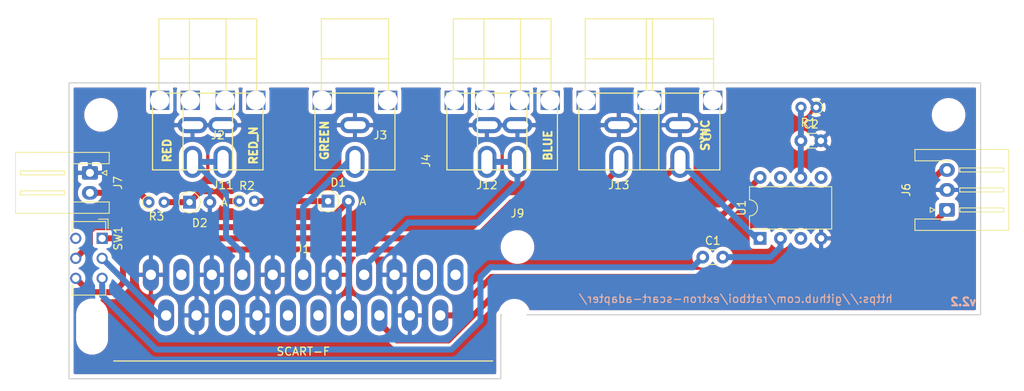
<source format=kicad_pcb>
(kicad_pcb (version 20171130) (host pcbnew 5.1.2)
  (layers (0 F.Cu signal) (31 B.Cu signal) (34 B.Paste user) (35 F.Paste user) (36 B.SilkS user) (37 F.SilkS user) (38 B.Mask user) (39 F.Mask user) (44 Edge.Cuts user))
  (net 0 "")
  (net 1 GND)
  (net 2 RED)
  (net 3 SYNC)
  (net 4 GREEN)
  (net 5 BLUE)
  (net 6 "Net-(J1-Pad1)")
  (net 7 "Net-(J1-Pad16)")
  (net 8 "Net-(J1-Pad10)")
  (net 9 "Net-(J1-Pad12)")
  (net 10 "Net-(J1-Pad3)")
  (net 11 "Net-(J1-Pad19)")
  (net 12 "Net-(J1-Pad20)")
  (net 13 "Net-(J1-Pad2)")
  (net 14 "Net-(J1-Pad6)")
  (net 15 "Net-(C2-Pad1)")
  (net 16 "Net-(U1-Pad5)")
  (net 17 "Net-(C1-Pad2)")
  (net 18 "Net-(U1-Pad3)")
  (net 19 "Net-(U1-Pad7)")
  (net 20 "Net-(SW1-Pad6)")
  (net 21 "Net-(C1-Pad1)")
  (net 22 "Net-(SW1-Pad4)")
  (net 23 "Net-(J8-Pad1)")
  (net 24 "Net-(J10-Pad1)")
  (net 25 SENSE)
  (net 26 "Net-(J7-Pad2)")
  (net 27 "Net-(D2-Pad1)")
  (net 28 "Net-(D1-Pad1)")
  (net 29 "Net-(J9-Pad1)")
  (module extron-input:rca_combined (layer F.Cu) (at 144.76 81.28 180)
    (fp_text reference J13 (at 0 -7.5) (layer F.SilkS))
    (fp_text value SYNC)
    (fp_line (start 4.2 13.3) (end 4.2 4) (layer F.SilkS) (width 0.15))
    (fp_line (start -4.2 13.3) (end 4.2 13.3) (layer F.SilkS) (width 0.15))
    (fp_line (start -4.2 4) (end -4.2 13.3) (layer F.SilkS) (width 0.15))
    (fp_line (start -5 -5.6) (end -5 4) (layer F.SilkS) (width 0.15))
    (fp_line (start 5 -5.6) (end -5 -5.6) (layer F.SilkS) (width 0.15))
    (fp_line (start 5 4) (end 5 -5.6) (layer F.SilkS) (width 0.15))
    (fp_line (start -5 4) (end 5 4) (layer F.SilkS) (width 0.15))
    (fp_line (start 4.1 8.3) (end -4.2 8.3) (layer F.SilkS) (width 0.15))
    (pad "" np_thru_hole rect (at 4.1 3.1 180) (size 2.4 2.4) (drill 2.4) (layers *.Cu *.Mask))
    (pad "" np_thru_hole rect (at -4.1 3.1 180) (size 2.4 2.4) (drill 2.4) (layers *.Cu *.Mask))
    (pad 2 thru_hole oval (at 0 -4.6 180) (size 2.4 4) (drill oval 1.4 3) (layers *.Cu *.Mask) (net 3 SYNC))
    (pad 1 thru_hole oval (at 0 0 180) (size 3.7 2) (drill oval 2.7 1) (layers *.Cu *.Mask) (net 1 GND))
  )
  (module extron-input:rca_combined (layer F.Cu) (at 128.26 81.28 180)
    (fp_text reference J12 (at 0 -7.5) (layer F.SilkS))
    (fp_text value BLUE)
    (fp_line (start 4.2 13.3) (end 4.2 4) (layer F.SilkS) (width 0.15))
    (fp_line (start -4.2 13.3) (end 4.2 13.3) (layer F.SilkS) (width 0.15))
    (fp_line (start -4.2 4) (end -4.2 13.3) (layer F.SilkS) (width 0.15))
    (fp_line (start -5 -5.6) (end -5 4) (layer F.SilkS) (width 0.15))
    (fp_line (start 5 -5.6) (end -5 -5.6) (layer F.SilkS) (width 0.15))
    (fp_line (start 5 4) (end 5 -5.6) (layer F.SilkS) (width 0.15))
    (fp_line (start -5 4) (end 5 4) (layer F.SilkS) (width 0.15))
    (fp_line (start 4.1 8.3) (end -4.2 8.3) (layer F.SilkS) (width 0.15))
    (pad "" np_thru_hole rect (at 4.1 3.1 180) (size 2.4 2.4) (drill 2.4) (layers *.Cu *.Mask))
    (pad "" np_thru_hole rect (at -4.1 3.1 180) (size 2.4 2.4) (drill 2.4) (layers *.Cu *.Mask))
    (pad 2 thru_hole oval (at 0 -4.6 180) (size 2.4 4) (drill oval 1.4 3) (layers *.Cu *.Mask) (net 5 BLUE))
    (pad 1 thru_hole oval (at 0 0 180) (size 3.7 2) (drill oval 2.7 1) (layers *.Cu *.Mask) (net 1 GND))
  )
  (module extron-input:rca_combined (layer F.Cu) (at 95.26 81.28 180)
    (fp_text reference J11 (at 0 -7.5) (layer F.SilkS))
    (fp_text value RED_N (at -3.8 -2.54 90) (layer F.SilkS) (effects (font (thickness 0.25))))
    (fp_line (start 4.2 13.3) (end 4.2 4) (layer F.SilkS) (width 0.15))
    (fp_line (start -4.2 13.3) (end 4.2 13.3) (layer F.SilkS) (width 0.15))
    (fp_line (start -4.2 4) (end -4.2 13.3) (layer F.SilkS) (width 0.15))
    (fp_line (start -5 -5.6) (end -5 4) (layer F.SilkS) (width 0.15))
    (fp_line (start 5 -5.6) (end -5 -5.6) (layer F.SilkS) (width 0.15))
    (fp_line (start 5 4) (end 5 -5.6) (layer F.SilkS) (width 0.15))
    (fp_line (start -5 4) (end 5 4) (layer F.SilkS) (width 0.15))
    (fp_line (start 4.1 8.3) (end -4.2 8.3) (layer F.SilkS) (width 0.15))
    (pad "" np_thru_hole rect (at 4.1 3.1 180) (size 2.4 2.4) (drill 2.4) (layers *.Cu *.Mask))
    (pad "" np_thru_hole rect (at -4.1 3.1 180) (size 2.4 2.4) (drill 2.4) (layers *.Cu *.Mask))
    (pad 2 thru_hole oval (at 0 -4.6 180) (size 2.4 4) (drill oval 1.4 3) (layers *.Cu *.Mask) (net 2 RED))
    (pad 1 thru_hole oval (at 0 0 180) (size 3.7 2) (drill oval 2.7 1) (layers *.Cu *.Mask) (net 1 GND))
  )
  (module MountingHole:MountingHole_3.2mm_M3 (layer F.Cu) (at 132.08 96.52)
    (fp_text reference J9 (at 0 -4.2) (layer F.SilkS))
    (fp_text value Conn_01x01)
    (pad 1 np_thru_hole circle (at 0 0) (size 3.2 3.2) (drill 3.2) (layers *.Cu *.Mask) (net 29 "Net-(J9-Pad1)"))
  )
  (module extron-input:rca_combined (layer F.Cu) (at 111.76 81.28 180)
    (fp_text reference J3 (at -3.175 -1.27 180) (layer F.SilkS))
    (fp_text value GREEN (at 3.81 -1.905 270) (layer F.SilkS) (effects (font (thickness 0.25))))
    (fp_line (start 4.2 13.3) (end 4.2 4) (layer F.SilkS) (width 0.15))
    (fp_line (start -4.2 13.3) (end 4.2 13.3) (layer F.SilkS) (width 0.15))
    (fp_line (start -4.2 4) (end -4.2 13.3) (layer F.SilkS) (width 0.15))
    (fp_line (start -5 -5.6) (end -5 4) (layer F.SilkS) (width 0.15))
    (fp_line (start 5 -5.6) (end -5 -5.6) (layer F.SilkS) (width 0.15))
    (fp_line (start 5 4) (end 5 -5.6) (layer F.SilkS) (width 0.15))
    (fp_line (start -5 4) (end 5 4) (layer F.SilkS) (width 0.15))
    (fp_line (start 4.1 8.3) (end -4.2 8.3) (layer F.SilkS) (width 0.15))
    (pad "" np_thru_hole rect (at 4.1 3.1 180) (size 2.4 2.4) (drill 2.4) (layers *.Cu *.Mask))
    (pad "" np_thru_hole rect (at -4.1 3.1 180) (size 2.4 2.4) (drill 2.4) (layers *.Cu *.Mask))
    (pad 2 thru_hole oval (at 0 -4.6 180) (size 2.4 4) (drill oval 1.4 3) (layers *.Cu *.Mask) (net 4 GREEN))
    (pad 1 thru_hole oval (at 0 0 180) (size 3.7 2) (drill oval 2.7 1) (layers *.Cu *.Mask) (net 1 GND))
  )
  (module extron-input:rca_combined (layer F.Cu) (at 91.44 81.28 180)
    (fp_text reference J2 (at -3.175 -1.27) (layer F.SilkS))
    (fp_text value RED (at 3.175 -3.175 90) (layer F.SilkS) (effects (font (thickness 0.25))))
    (fp_line (start 4.2 13.3) (end 4.2 4) (layer F.SilkS) (width 0.15))
    (fp_line (start -4.2 13.3) (end 4.2 13.3) (layer F.SilkS) (width 0.15))
    (fp_line (start -4.2 4) (end -4.2 13.3) (layer F.SilkS) (width 0.15))
    (fp_line (start -5 -5.6) (end -5 4) (layer F.SilkS) (width 0.15))
    (fp_line (start 5 -5.6) (end -5 -5.6) (layer F.SilkS) (width 0.15))
    (fp_line (start 5 4) (end 5 -5.6) (layer F.SilkS) (width 0.15))
    (fp_line (start -5 4) (end 5 4) (layer F.SilkS) (width 0.15))
    (fp_line (start 4.1 8.3) (end -4.2 8.3) (layer F.SilkS) (width 0.15))
    (pad "" np_thru_hole rect (at 4.1 3.1 180) (size 2.4 2.4) (drill 2.4) (layers *.Cu *.Mask))
    (pad "" np_thru_hole rect (at -4.1 3.1 180) (size 2.4 2.4) (drill 2.4) (layers *.Cu *.Mask))
    (pad 2 thru_hole oval (at 0 -4.6 180) (size 2.4 4) (drill oval 1.4 3) (layers *.Cu *.Mask) (net 2 RED))
    (pad 1 thru_hole oval (at 0 0 180) (size 3.7 2) (drill oval 2.7 1) (layers *.Cu *.Mask) (net 1 GND))
  )
  (module extron-input:rca_combined (layer F.Cu) (at 152.4 81.28 180)
    (fp_text reference J5 (at -3.175 -1.27 180) (layer F.SilkS))
    (fp_text value SYNC (at -3.175 -1.27 270) (layer F.SilkS) (effects (font (thickness 0.25))))
    (fp_line (start 4.2 13.3) (end 4.2 4) (layer F.SilkS) (width 0.15))
    (fp_line (start -4.2 13.3) (end 4.2 13.3) (layer F.SilkS) (width 0.15))
    (fp_line (start -4.2 4) (end -4.2 13.3) (layer F.SilkS) (width 0.15))
    (fp_line (start -5 -5.6) (end -5 4) (layer F.SilkS) (width 0.15))
    (fp_line (start 5 -5.6) (end -5 -5.6) (layer F.SilkS) (width 0.15))
    (fp_line (start 5 4) (end 5 -5.6) (layer F.SilkS) (width 0.15))
    (fp_line (start -5 4) (end 5 4) (layer F.SilkS) (width 0.15))
    (fp_line (start 4.1 8.3) (end -4.2 8.3) (layer F.SilkS) (width 0.15))
    (pad "" np_thru_hole rect (at 4.1 3.1 180) (size 2.4 2.4) (drill 2.4) (layers *.Cu *.Mask))
    (pad "" np_thru_hole rect (at -4.1 3.1 180) (size 2.4 2.4) (drill 2.4) (layers *.Cu *.Mask))
    (pad 2 thru_hole oval (at 0 -4.6 180) (size 2.4 4) (drill oval 1.4 3) (layers *.Cu *.Mask) (net 3 SYNC))
    (pad 1 thru_hole oval (at 0 0 180) (size 3.7 2) (drill oval 2.7 1) (layers *.Cu *.Mask) (net 1 GND))
  )
  (module extron-input:rca_combined (layer F.Cu) (at 132.08 81.28 180)
    (fp_text reference J4 (at 11.43 -4.445 270) (layer F.SilkS))
    (fp_text value BLUE (at -3.81 -2.54 270) (layer F.SilkS) (effects (font (thickness 0.25))))
    (fp_line (start 4.2 13.3) (end 4.2 4) (layer F.SilkS) (width 0.15))
    (fp_line (start -4.2 13.3) (end 4.2 13.3) (layer F.SilkS) (width 0.15))
    (fp_line (start -4.2 4) (end -4.2 13.3) (layer F.SilkS) (width 0.15))
    (fp_line (start -5 -5.6) (end -5 4) (layer F.SilkS) (width 0.15))
    (fp_line (start 5 -5.6) (end -5 -5.6) (layer F.SilkS) (width 0.15))
    (fp_line (start 5 4) (end 5 -5.6) (layer F.SilkS) (width 0.15))
    (fp_line (start -5 4) (end 5 4) (layer F.SilkS) (width 0.15))
    (fp_line (start 4.1 8.3) (end -4.2 8.3) (layer F.SilkS) (width 0.15))
    (pad "" np_thru_hole rect (at 4.1 3.1 180) (size 2.4 2.4) (drill 2.4) (layers *.Cu *.Mask))
    (pad "" np_thru_hole rect (at -4.1 3.1 180) (size 2.4 2.4) (drill 2.4) (layers *.Cu *.Mask))
    (pad 2 thru_hole oval (at 0 -4.6 180) (size 2.4 4) (drill oval 1.4 3) (layers *.Cu *.Mask) (net 5 BLUE))
    (pad 1 thru_hole oval (at 0 0 180) (size 3.7 2) (drill oval 2.7 1) (layers *.Cu *.Mask) (net 1 GND))
  )
  (module Connector_JST:JST_XH_S2B-XH-A_1x02_P2.50mm_Horizontal (layer F.Cu) (at 78.613 87.249 270)
    (fp_text reference J7 (at 1.25 -3.5 90) (layer F.SilkS))
    (fp_text value SENSE)
    (fp_line (start 0.3 -2.1) (end 0 -1.5) (layer F.SilkS) (width 0.12))
    (fp_line (start -0.3 -2.1) (end 0.3 -2.1) (layer F.SilkS) (width 0.12))
    (fp_line (start 0 -1.5) (end -0.3 -2.1) (layer F.SilkS) (width 0.12))
    (fp_line (start 2.75 3.2) (end 2.25 3.2) (layer F.SilkS) (width 0.12))
    (fp_line (start 2.75 8.7) (end 2.75 3.2) (layer F.SilkS) (width 0.12))
    (fp_line (start 2.25 8.7) (end 2.75 8.7) (layer F.SilkS) (width 0.12))
    (fp_line (start 2.25 3.2) (end 2.25 8.7) (layer F.SilkS) (width 0.12))
    (fp_line (start 0.25 3.2) (end -0.25 3.2) (layer F.SilkS) (width 0.12))
    (fp_line (start 0.25 8.7) (end 0.25 3.2) (layer F.SilkS) (width 0.12))
    (fp_line (start -0.25 8.7) (end 0.25 8.7) (layer F.SilkS) (width 0.12))
    (fp_line (start -0.25 3.2) (end -0.25 8.7) (layer F.SilkS) (width 0.12))
    (fp_line (start 3.64 2.09) (end 1.25 2.09) (layer F.SilkS) (width 0.12))
    (fp_line (start 3.64 -2.41) (end 3.64 2.09) (layer F.SilkS) (width 0.12))
    (fp_line (start 5.06 -2.41) (end 3.64 -2.41) (layer F.SilkS) (width 0.12))
    (fp_line (start 5.06 9.31) (end 5.06 -2.41) (layer F.SilkS) (width 0.12))
    (fp_line (start 1.25 9.31) (end 5.06 9.31) (layer F.SilkS) (width 0.12))
    (fp_line (start -1.14 2.09) (end 1.25 2.09) (layer F.SilkS) (width 0.12))
    (fp_line (start -1.14 -2.41) (end -1.14 2.09) (layer F.SilkS) (width 0.12))
    (fp_line (start -2.56 -2.41) (end -1.14 -2.41) (layer F.SilkS) (width 0.12))
    (fp_line (start -2.56 9.31) (end -2.56 -2.41) (layer F.SilkS) (width 0.12))
    (fp_line (start 1.25 9.31) (end -2.56 9.31) (layer F.SilkS) (width 0.12))
    (pad 2 thru_hole oval (at 2.5 0 270) (size 1.7 2) (drill 1) (layers *.Cu *.Mask) (net 26 "Net-(J7-Pad2)"))
    (pad 1 thru_hole roundrect (at 0 0 270) (size 1.7 2) (drill 1) (layers *.Cu *.Mask) (roundrect_rratio 0.147059) (net 1 GND))
  )
  (module Connector_JST:JST_XH_S3B-XH-A-1_1x03_P2.50mm_Horizontal (layer F.Cu) (at 185.801 91.8845 90)
    (fp_text reference J6 (at 2.5 -5.1 90) (layer F.SilkS))
    (fp_text value PHOENIX)
    (fp_line (start 0.3 -2.1) (end 0 -1.5) (layer F.SilkS) (width 0.12))
    (fp_line (start -0.3 -2.1) (end 0.3 -2.1) (layer F.SilkS) (width 0.12))
    (fp_line (start 0 -1.5) (end -0.3 -2.1) (layer F.SilkS) (width 0.12))
    (fp_line (start 5.25 1.6) (end 4.75 1.6) (layer F.SilkS) (width 0.12))
    (fp_line (start 5.25 7.1) (end 5.25 1.6) (layer F.SilkS) (width 0.12))
    (fp_line (start 4.75 7.1) (end 5.25 7.1) (layer F.SilkS) (width 0.12))
    (fp_line (start 4.75 1.6) (end 4.75 7.1) (layer F.SilkS) (width 0.12))
    (fp_line (start 2.75 1.6) (end 2.25 1.6) (layer F.SilkS) (width 0.12))
    (fp_line (start 2.75 7.1) (end 2.75 1.6) (layer F.SilkS) (width 0.12))
    (fp_line (start 2.25 7.1) (end 2.75 7.1) (layer F.SilkS) (width 0.12))
    (fp_line (start 2.25 1.6) (end 2.25 7.1) (layer F.SilkS) (width 0.12))
    (fp_line (start 0.25 1.6) (end -0.25 1.6) (layer F.SilkS) (width 0.12))
    (fp_line (start 0.25 7.1) (end 0.25 1.6) (layer F.SilkS) (width 0.12))
    (fp_line (start -0.25 7.1) (end 0.25 7.1) (layer F.SilkS) (width 0.12))
    (fp_line (start -0.25 1.6) (end -0.25 7.1) (layer F.SilkS) (width 0.12))
    (fp_line (start 6.14 -4.01) (end 6.14 0.49) (layer F.SilkS) (width 0.12))
    (fp_line (start 7.56 -4.01) (end 6.14 -4.01) (layer F.SilkS) (width 0.12))
    (fp_line (start 7.56 7.71) (end 7.56 -4.01) (layer F.SilkS) (width 0.12))
    (fp_line (start 2.5 7.71) (end 7.56 7.71) (layer F.SilkS) (width 0.12))
    (fp_line (start -1.14 -4.01) (end -1.14 0.49) (layer F.SilkS) (width 0.12))
    (fp_line (start -2.56 -4.01) (end -1.14 -4.01) (layer F.SilkS) (width 0.12))
    (fp_line (start -2.56 7.71) (end -2.56 -4.01) (layer F.SilkS) (width 0.12))
    (fp_line (start 2.5 7.71) (end -2.56 7.71) (layer F.SilkS) (width 0.12))
    (pad 3 thru_hole oval (at 5 0 90) (size 1.7 1.95) (drill 0.95) (layers *.Cu *.Mask) (net 13 "Net-(J1-Pad2)"))
    (pad 2 thru_hole oval (at 2.5 0 90) (size 1.7 1.95) (drill 0.95) (layers *.Cu *.Mask) (net 1 GND))
    (pad 1 thru_hole roundrect (at 0 0 90) (size 1.7 1.95) (drill 0.95) (layers *.Cu *.Mask) (roundrect_rratio 0.147059) (net 14 "Net-(J1-Pad6)"))
  )
  (module Package_DIP:DIP-8_W7.62mm (layer F.Cu) (at 162.433 95.4405 90)
    (fp_text reference U1 (at 3.81 -2.33 90) (layer F.SilkS))
    (fp_text value LM1881)
    (fp_line (start 6.46 -1.33) (end 4.81 -1.33) (layer F.SilkS) (width 0.12))
    (fp_line (start 6.46 8.95) (end 6.46 -1.33) (layer F.SilkS) (width 0.12))
    (fp_line (start 1.16 8.95) (end 6.46 8.95) (layer F.SilkS) (width 0.12))
    (fp_line (start 1.16 -1.33) (end 1.16 8.95) (layer F.SilkS) (width 0.12))
    (fp_line (start 2.81 -1.33) (end 1.16 -1.33) (layer F.SilkS) (width 0.12))
    (fp_arc (start 3.81 -1.33) (end 2.81 -1.33) (angle -180) (layer F.SilkS) (width 0.12))
    (pad 8 thru_hole oval (at 7.62 0 90) (size 1.6 1.6) (drill 0.8) (layers *.Cu *.Mask) (net 20 "Net-(SW1-Pad6)"))
    (pad 4 thru_hole oval (at 0 7.62 90) (size 1.6 1.6) (drill 0.8) (layers *.Cu *.Mask) (net 1 GND))
    (pad 7 thru_hole oval (at 7.62 2.54 90) (size 1.6 1.6) (drill 0.8) (layers *.Cu *.Mask) (net 19 "Net-(U1-Pad7)"))
    (pad 3 thru_hole oval (at 0 5.08 90) (size 1.6 1.6) (drill 0.8) (layers *.Cu *.Mask) (net 18 "Net-(U1-Pad3)"))
    (pad 6 thru_hole oval (at 7.62 5.08 90) (size 1.6 1.6) (drill 0.8) (layers *.Cu *.Mask) (net 15 "Net-(C2-Pad1)"))
    (pad 2 thru_hole oval (at 0 2.54 90) (size 1.6 1.6) (drill 0.8) (layers *.Cu *.Mask) (net 17 "Net-(C1-Pad2)"))
    (pad 5 thru_hole oval (at 7.62 7.62 90) (size 1.6 1.6) (drill 0.8) (layers *.Cu *.Mask) (net 16 "Net-(U1-Pad5)"))
    (pad 1 thru_hole rect (at 0 0 90) (size 1.6 1.6) (drill 0.8) (layers *.Cu *.Mask) (net 3 SYNC))
  )
  (module Button_Switch_THT:SW_CuK_JS202011AQN_DPDT_Angled (layer F.Cu) (at 80.137 95.4405 270)
    (fp_text reference SW1 (at 0 -2 90) (layer F.SilkS))
    (fp_text value SW_DPDT_x2)
    (fp_line (start -0.9 -0.45) (end -2.1 -0.45) (layer F.SilkS) (width 0.12))
    (fp_line (start -2.1 -0.45) (end -2.1 3.75) (layer F.SilkS) (width 0.12))
    (fp_line (start -2.1 3.75) (end -0.9 3.75) (layer F.SilkS) (width 0.12))
    (fp_line (start 5.9 -0.45) (end 7.1 -0.45) (layer F.SilkS) (width 0.12))
    (fp_line (start 7.1 -0.45) (end 7.1 3.75) (layer F.SilkS) (width 0.12))
    (fp_line (start 7.1 3.75) (end 5.9 3.75) (layer F.SilkS) (width 0.12))
    (fp_line (start -1.2 -0.75) (end -2.4 -0.75) (layer F.SilkS) (width 0.12))
    (fp_line (start -2.4 -0.75) (end -2.4 0.45) (layer F.SilkS) (width 0.12))
    (pad 6 thru_hole circle (at 5 3.3 270) (size 1.4 1.4) (drill 0.9) (layers *.Cu *.Mask) (net 20 "Net-(SW1-Pad6)"))
    (pad 5 thru_hole circle (at 2.5 3.3 270) (size 1.4 1.4) (drill 0.9) (layers *.Cu *.Mask) (net 25 SENSE))
    (pad 4 thru_hole circle (at 0 3.3 270) (size 1.4 1.4) (drill 0.9) (layers *.Cu *.Mask) (net 22 "Net-(SW1-Pad4)"))
    (pad 3 thru_hole circle (at 5 0 270) (size 1.4 1.4) (drill 0.9) (layers *.Cu *.Mask) (net 21 "Net-(C1-Pad1)"))
    (pad 2 thru_hole circle (at 2.5 0 270) (size 1.4 1.4) (drill 0.9) (layers *.Cu *.Mask) (net 12 "Net-(J1-Pad20)"))
    (pad 1 thru_hole rect (at 0 0 270) (size 1.4 1.4) (drill 0.9) (layers *.Cu *.Mask) (net 3 SYNC))
  )
  (module Resistor_THT:R_Axial_DIN0204_L3.6mm_D1.6mm_P1.90mm_Vertical (layer F.Cu) (at 85.9917 90.9193)
    (fp_text reference R3 (at 0.95 1.778) (layer F.SilkS))
    (fp_text value 1KΩ)
    (fp_arc (start 0 0) (end 0.417133 -0.7) (angle -233.92106) (layer F.SilkS) (width 0.12))
    (pad 2 thru_hole oval (at 1.9 0) (size 1.4 1.4) (drill 0.7) (layers *.Cu *.Mask) (net 27 "Net-(D2-Pad1)"))
    (pad 1 thru_hole circle (at 0 0) (size 1.4 1.4) (drill 0.7) (layers *.Cu *.Mask) (net 26 "Net-(J7-Pad2)"))
  )
  (module Resistor_THT:R_Axial_DIN0204_L3.6mm_D1.6mm_P1.90mm_Vertical (layer F.Cu) (at 97.2947 90.7888)
    (fp_text reference R2 (at 0.95 -1.92) (layer F.SilkS))
    (fp_text value 100Ω)
    (fp_arc (start 0 0) (end 0.417133 -0.7) (angle -233.92106) (layer F.SilkS) (width 0.12))
    (pad 2 thru_hole oval (at 1.9 0) (size 1.4 1.4) (drill 0.7) (layers *.Cu *.Mask) (net 28 "Net-(D1-Pad1)"))
    (pad 1 thru_hole circle (at 0 0) (size 1.4 1.4) (drill 0.7) (layers *.Cu *.Mask) (net 27 "Net-(D2-Pad1)"))
  )
  (module Resistor_THT:R_Axial_DIN0204_L3.6mm_D1.6mm_P1.90mm_Vertical (layer F.Cu) (at 169.4384 79.0575 180)
    (fp_text reference R1 (at 0.95 -1.92) (layer F.SilkS))
    (fp_text value 680KΩ)
    (fp_arc (start 0 0) (end 0.417133 -0.7) (angle -233.92106) (layer F.SilkS) (width 0.12))
    (pad 2 thru_hole oval (at 1.9 0 180) (size 1.4 1.4) (drill 0.7) (layers *.Cu *.Mask) (net 15 "Net-(C2-Pad1)"))
    (pad 1 thru_hole circle (at 0 0 180) (size 1.4 1.4) (drill 0.7) (layers *.Cu *.Mask) (net 1 GND))
  )
  (module Diode_THT:D_DO-35_SOD27_P2.54mm_Vertical_AnodeUp (layer F.Cu) (at 91.0717 90.9193)
    (fp_text reference D2 (at 1.27 2.6035) (layer F.SilkS))
    (fp_text value 1N4728A)
    (fp_text user A (at 4.34 0) (layer F.SilkS))
    (fp_line (start 1.326371 0) (end 1.44 0) (layer F.SilkS) (width 0.12))
    (fp_circle (center 0 0) (end 1.326371 0) (layer F.SilkS) (width 0.12))
    (pad 2 thru_hole oval (at 2.54 0) (size 1.6 1.6) (drill 0.8) (layers *.Cu *.Mask) (net 1 GND))
    (pad 1 thru_hole rect (at 0 0) (size 1.6 1.6) (drill 0.8) (layers *.Cu *.Mask) (net 27 "Net-(D2-Pad1)"))
  )
  (module Diode_THT:D_DO-35_SOD27_P2.54mm_Vertical_AnodeUp (layer F.Cu) (at 108.3992 90.7888)
    (fp_text reference D1 (at 1.27 -2.326371) (layer F.SilkS))
    (fp_text value 1N4148)
    (fp_text user A (at 4.34 0) (layer F.SilkS))
    (fp_line (start 1.326371 0) (end 1.44 0) (layer F.SilkS) (width 0.12))
    (fp_circle (center 0 0) (end 1.326371 0) (layer F.SilkS) (width 0.12))
    (pad 2 thru_hole oval (at 2.54 0) (size 1.6 1.6) (drill 0.8) (layers *.Cu *.Mask) (net 25 SENSE))
    (pad 1 thru_hole rect (at 0 0) (size 1.6 1.6) (drill 0.8) (layers *.Cu *.Mask) (net 28 "Net-(D1-Pad1)"))
  )
  (module Capacitor_THT:C_Disc_D3.0mm_W1.6mm_P2.50mm (layer F.Cu) (at 167.5276 83.2358)
    (fp_text reference C2 (at 1.25 -2.05) (layer F.SilkS))
    (fp_text value 0.1uF)
    (fp_line (start 0.621 0.92) (end 1.879 0.92) (layer F.SilkS) (width 0.12))
    (fp_line (start 0.621 -0.92) (end 1.879 -0.92) (layer F.SilkS) (width 0.12))
    (pad 2 thru_hole circle (at 2.5 0) (size 1.6 1.6) (drill 0.8) (layers *.Cu *.Mask) (net 1 GND))
    (pad 1 thru_hole circle (at 0 0) (size 1.6 1.6) (drill 0.8) (layers *.Cu *.Mask) (net 15 "Net-(C2-Pad1)"))
  )
  (module Capacitor_THT:C_Disc_D3.0mm_W1.6mm_P2.50mm (layer F.Cu) (at 155.2575 97.79)
    (fp_text reference C1 (at 1.25 -2.05) (layer F.SilkS))
    (fp_text value 0.1uF)
    (fp_line (start 0.621 0.92) (end 1.879 0.92) (layer F.SilkS) (width 0.12))
    (fp_line (start 0.621 -0.92) (end 1.879 -0.92) (layer F.SilkS) (width 0.12))
    (pad 2 thru_hole circle (at 2.5 0) (size 1.6 1.6) (drill 0.8) (layers *.Cu *.Mask) (net 17 "Net-(C1-Pad2)"))
    (pad 1 thru_hole circle (at 0 0) (size 1.6 1.6) (drill 0.8) (layers *.Cu *.Mask) (net 21 "Net-(C1-Pad1)"))
  )
  (module extron-input:SCART_F_RA (layer F.Cu) (at 105.283 105.079 180)
    (fp_text reference J1 (at 0 8.3185 180) (layer F.SilkS))
    (fp_text value SCART-F (at 0 -4.5085 180) (layer F.SilkS))
    (fp_line (start -23.7 -5.7) (end 23.7 -5.7) (layer F.SilkS) (width 0.15))
    (pad "" np_thru_hole oval (at -26.4 -1.5 180) (size 3 6) (drill oval 3 6) (layers *.Cu *.Mask))
    (pad "" np_thru_hole circle (at 26.4 0.05 180) (size 3 3) (drill 3) (layers *.Cu *.Mask))
    (pad "" np_thru_hole circle (at -26.4 0.05 180) (size 3 3) (drill 3) (layers *.Cu *.Mask))
    (pad "" np_thru_hole circle (at -26.4 -3 180) (size 3 3) (drill 3) (layers *.Cu *.Mask))
    (pad 10 thru_hole oval (at -1.905 0 180) (size 2 4) (drill 1.3) (layers *.Cu *.Mask) (net 8 "Net-(J1-Pad10)"))
    (pad 12 thru_hole oval (at 1.905 0 180) (size 2 4) (drill 1.3) (layers *.Cu *.Mask) (net 9 "Net-(J1-Pad12)"))
    (pad 14 thru_hole oval (at 5.715 0 180) (size 2 4) (drill 1.3) (layers *.Cu *.Mask) (net 1 GND))
    (pad 11 thru_hole oval (at 0 5.08 180) (size 2 4) (drill 1.3) (layers *.Cu *.Mask) (net 4 GREEN))
    (pad 13 thru_hole oval (at 3.81 5.08 180) (size 2 4) (drill 1.3) (layers *.Cu *.Mask) (net 1 GND))
    (pad 15 thru_hole oval (at 7.62 5.08 180) (size 2 4) (drill 1.3) (layers *.Cu *.Mask) (net 2 RED))
    (pad 16 thru_hole oval (at 9.525 0 180) (size 2 4) (drill 1.3) (layers *.Cu *.Mask) (net 7 "Net-(J1-Pad16)"))
    (pad 17 thru_hole oval (at 11.43 5.08 180) (size 2 4) (drill 1.3) (layers *.Cu *.Mask) (net 1 GND))
    (pad 18 thru_hole oval (at 13.335 0 180) (size 2 4) (drill 1.3) (layers *.Cu *.Mask) (net 1 GND))
    (pad 19 thru_hole oval (at 15.24 5.08 180) (size 2 4) (drill 1.3) (layers *.Cu *.Mask) (net 11 "Net-(J1-Pad19)"))
    (pad 20 thru_hole oval (at 17.145 0 180) (size 2 4) (drill 1.3) (layers *.Cu *.Mask) (net 12 "Net-(J1-Pad20)"))
    (pad 21 thru_hole oval (at 19.05 5.08 180) (size 2 4) (drill 1.3) (layers *.Cu *.Mask) (net 1 GND))
    (pad 1 thru_hole oval (at -19.05 5.08 180) (size 2 4) (drill 1.3) (layers *.Cu *.Mask) (net 6 "Net-(J1-Pad1)"))
    (pad 2 thru_hole oval (at -17.145 0 180) (size 2 4) (drill 1.3) (layers *.Cu *.Mask) (net 13 "Net-(J1-Pad2)"))
    (pad 3 thru_hole oval (at -15.24 5.08 180) (size 2 4) (drill 1.3) (layers *.Cu *.Mask) (net 10 "Net-(J1-Pad3)"))
    (pad 4 thru_hole oval (at -13.335 0 180) (size 2 4) (drill 1.3) (layers *.Cu *.Mask) (net 1 GND))
    (pad 5 thru_hole oval (at -11.43 5.08 180) (size 2 4) (drill 1.3) (layers *.Cu *.Mask) (net 1 GND))
    (pad 6 thru_hole oval (at -9.525 0 180) (size 2 4) (drill 1.3) (layers *.Cu *.Mask) (net 14 "Net-(J1-Pad6)"))
    (pad 7 thru_hole oval (at -7.62 5.08 180) (size 2 4) (drill 1.3) (layers *.Cu *.Mask) (net 5 BLUE))
    (pad 8 thru_hole oval (at -5.715 0 180) (size 2 4) (drill 1.3) (layers *.Cu *.Mask) (net 25 SENSE))
    (pad 9 thru_hole oval (at -3.81 5.08 180) (size 2 4) (drill 1.3) (layers *.Cu *.Mask) (net 1 GND))
    (pad "" np_thru_hole circle (at 26.4 -2.9 180) (size 3 3) (drill 3) (layers *.Cu *.Mask))
    (pad "" np_thru_hole oval (at 26.4 -1.4 180) (size 3 6) (drill oval 3 6) (layers *.Cu *.Mask))
  )
  (module MountingHole:MountingHole_3.2mm_M3 (layer F.Cu) (at 80 80)
    (fp_text reference J10 hide)
    (fp_text value Conn_01x01)
    (pad 1 np_thru_hole circle (at 0 0) (size 3.2 3.2) (drill 3.2) (layers *.Cu *.Mask) (net 24 "Net-(J10-Pad1)"))
  )
  (module MountingHole:MountingHole_3.2mm_M3 (layer F.Cu) (at 186 80)
    (fp_text reference J8 hide)
    (fp_text value Conn_01x01 hide)
    (pad 1 np_thru_hole circle (at 0 0) (size 3.2 3.2) (drill 3.2) (layers *.Cu *.Mask) (net 23 "Net-(J8-Pad1)"))
  )
  (gr_line (start 130 105) (end 190 105) (layer Edge.Cuts) (width 0.15))
  (gr_line (start 130 113) (end 130 105) (layer Edge.Cuts) (width 0.15))
  (gr_text v2.2 (at 187.833 103.378) (layer B.SilkS) (effects (font (size 1 1) (thickness 0.25)) (justify mirror)))
  (gr_text "https://github.com/rattboi/extron-scart-adapter/\n" (at 159.385 102.997) (layer B.SilkS) (effects (font (size 1 1)) (justify mirror)))
  (gr_line (start 76 76) (end 190 76) (layer Edge.Cuts) (width 0.15))
  (gr_line (start 76 113) (end 76 76) (layer Edge.Cuts) (width 0.15))
  (gr_line (start 130 113) (end 76 113) (layer Edge.Cuts) (width 0.15))
  (gr_line (start 190 76) (end 190 105) (layer Edge.Cuts) (width 0.15))
  (segment (start 95.631 95.217) (end 97.663 97.249) (width 0.75) (layer B.Cu) (net 2))
  (segment (start 95.631 89.789) (end 95.631 95.217) (width 0.75) (layer B.Cu) (net 2))
  (segment (start 91.44 85.88) (end 91.722 85.88) (width 0.75) (layer B.Cu) (net 2))
  (segment (start 97.663 97.249) (end 97.663 99.999) (width 0.75) (layer B.Cu) (net 2))
  (segment (start 91.722 85.88) (end 95.631 89.789) (width 0.75) (layer B.Cu) (net 2))
  (segment (start 91.44 85.88) (end 95.26 85.88) (width 0.75) (layer B.Cu) (net 2))
  (segment (start 152.4 87.249) (end 152.4 85.88) (width 0.75) (layer F.Cu) (net 3))
  (segment (start 161.9605 95.4405) (end 152.4 85.88) (width 0.75) (layer B.Cu) (net 3))
  (segment (start 162.433 95.4405) (end 161.9605 95.4405) (width 0.75) (layer B.Cu) (net 3))
  (segment (start 147.348 90.932) (end 152.4 85.88) (width 0.75) (layer F.Cu) (net 3))
  (segment (start 80.137 95.4405) (end 126.8095 95.4405) (width 0.75) (layer F.Cu) (net 3))
  (segment (start 126.8095 95.4405) (end 131.318 90.932) (width 0.75) (layer F.Cu) (net 3))
  (segment (start 144.76 86.68) (end 144.76 85.88) (width 0.75) (layer F.Cu) (net 3))
  (segment (start 140.508 90.932) (end 144.76 86.68) (width 0.75) (layer F.Cu) (net 3))
  (segment (start 140.462 90.932) (end 140.508 90.932) (width 0.75) (layer F.Cu) (net 3))
  (segment (start 140.462 90.932) (end 147.348 90.932) (width 0.75) (layer F.Cu) (net 3))
  (segment (start 131.318 90.932) (end 140.462 90.932) (width 0.75) (layer F.Cu) (net 3))
  (segment (start 110.9065 85.88) (end 111.76 85.88) (width 0.75) (layer B.Cu) (net 4))
  (segment (start 105.283 99.999) (end 105.283 91.5035) (width 0.75) (layer B.Cu) (net 4))
  (segment (start 105.283 91.5035) (end 110.9065 85.88) (width 0.75) (layer B.Cu) (net 4))
  (segment (start 112.903 98.999) (end 112.903 99.999) (width 0.75) (layer B.Cu) (net 5))
  (segment (start 118.43 93.472) (end 112.903 98.999) (width 0.75) (layer B.Cu) (net 5))
  (segment (start 127.127 93.472) (end 118.43 93.472) (width 0.75) (layer B.Cu) (net 5))
  (segment (start 132.08 85.88) (end 132.08 88.519) (width 0.75) (layer B.Cu) (net 5))
  (segment (start 132.08 88.519) (end 127.127 93.472) (width 0.75) (layer B.Cu) (net 5))
  (segment (start 128.26 85.88) (end 132.08 85.88) (width 0.75) (layer B.Cu) (net 5))
  (segment (start 87.2755 105.079) (end 80.836999 98.640499) (width 0.75) (layer B.Cu) (net 12))
  (segment (start 80.836999 98.640499) (end 80.137 97.9405) (width 0.75) (layer B.Cu) (net 12))
  (segment (start 88.138 105.079) (end 87.2755 105.079) (width 0.75) (layer B.Cu) (net 12))
  (segment (start 171.831 100.2665) (end 185.213 86.8845) (width 0.75) (layer F.Cu) (net 13))
  (segment (start 128.8415 100.2665) (end 171.831 100.2665) (width 0.75) (layer F.Cu) (net 13))
  (segment (start 122.428 105.079) (end 124.029 105.079) (width 0.75) (layer F.Cu) (net 13))
  (segment (start 185.213 86.8845) (end 185.801 86.8845) (width 0.75) (layer F.Cu) (net 13))
  (segment (start 124.029 105.079) (end 128.8415 100.2665) (width 0.75) (layer F.Cu) (net 13))
  (segment (start 184.902628 92.782872) (end 185.801 91.8845) (width 0.75) (layer F.Cu) (net 14))
  (segment (start 114.808 105.9942) (end 117.0178 108.204) (width 0.75) (layer F.Cu) (net 14))
  (segment (start 117.0178 108.204) (end 123.444 108.204) (width 0.75) (layer F.Cu) (net 14))
  (segment (start 114.808 105.079) (end 114.808 105.9942) (width 0.75) (layer F.Cu) (net 14))
  (segment (start 129.28849 102.35951) (end 175.32599 102.35951) (width 0.75) (layer F.Cu) (net 14))
  (segment (start 123.444 108.204) (end 129.28849 102.35951) (width 0.75) (layer F.Cu) (net 14))
  (segment (start 175.32599 102.35951) (end 184.902628 92.782872) (width 0.75) (layer F.Cu) (net 14))
  (segment (start 167.513 83.2866) (end 167.5638 83.2358) (width 0.75) (layer B.Cu) (net 15))
  (segment (start 167.513 87.8205) (end 167.513 83.2866) (width 0.75) (layer B.Cu) (net 15))
  (segment (start 167.5276 79.0683) (end 167.5384 79.0575) (width 0.75) (layer B.Cu) (net 15))
  (segment (start 167.5276 83.2358) (end 167.5276 79.0683) (width 0.75) (layer B.Cu) (net 15))
  (segment (start 163.73475 97.79) (end 157.7575 97.79) (width 0.75) (layer B.Cu) (net 17))
  (segment (start 164.973 95.4405) (end 164.973 96.55175) (width 0.75) (layer B.Cu) (net 17))
  (segment (start 164.973 96.55175) (end 163.73475 97.79) (width 0.75) (layer B.Cu) (net 17))
  (segment (start 162.2425 87.8205) (end 162.433 87.8205) (width 0.75) (layer B.Cu) (net 20))
  (segment (start 162.2425 87.8205) (end 162.433 87.8205) (width 0.254) (layer F.Cu) (net 20))
  (segment (start 157.7975 92.456) (end 162.433 87.8205) (width 0.75) (layer F.Cu) (net 20))
  (segment (start 131.699 92.456) (end 157.7975 92.456) (width 0.75) (layer F.Cu) (net 20))
  (segment (start 78.568 102.1715) (end 81.5975 102.1715) (width 0.75) (layer F.Cu) (net 20))
  (segment (start 127.3175 96.8375) (end 131.699 92.456) (width 0.75) (layer F.Cu) (net 20))
  (segment (start 76.837 100.4405) (end 78.568 102.1715) (width 0.75) (layer F.Cu) (net 20))
  (segment (start 81.5975 102.1715) (end 82.7405 101.0285) (width 0.75) (layer F.Cu) (net 20))
  (segment (start 82.7405 101.0285) (end 82.7405 98.298) (width 0.75) (layer F.Cu) (net 20))
  (segment (start 82.7405 98.298) (end 84.201 96.8375) (width 0.75) (layer F.Cu) (net 20))
  (segment (start 84.201 96.8375) (end 127.3175 96.8375) (width 0.75) (layer F.Cu) (net 20))
  (segment (start 86.8934 109.347) (end 80.137 102.5906) (width 0.75) (layer B.Cu) (net 21))
  (segment (start 80.137 102.5906) (end 80.137 100.4405) (width 0.75) (layer B.Cu) (net 21))
  (segment (start 155.2575 97.79) (end 153.9875 99.06) (width 0.75) (layer B.Cu) (net 21))
  (segment (start 128.6764 99.06) (end 127.4572 100.2792) (width 0.75) (layer B.Cu) (net 21))
  (segment (start 127.4572 100.2792) (end 127.4572 105.7148) (width 0.75) (layer B.Cu) (net 21))
  (segment (start 123.825 109.347) (end 86.8934 109.347) (width 0.75) (layer B.Cu) (net 21))
  (segment (start 153.9875 99.06) (end 128.6764 99.06) (width 0.75) (layer B.Cu) (net 21))
  (segment (start 127.4572 105.7148) (end 123.825 109.347) (width 0.75) (layer B.Cu) (net 21))
  (segment (start 111.1885 104.8885) (end 110.998 105.079) (width 0.75) (layer B.Cu) (net 25))
  (segment (start 111 90.8496) (end 111 104.8885) (width 0.75) (layer B.Cu) (net 25))
  (segment (start 110.9392 90.7888) (end 111 90.8496) (width 0.75) (layer B.Cu) (net 25))
  (segment (start 77.536999 97.240501) (end 76.837 97.9405) (width 0.75) (layer F.Cu) (net 25))
  (segment (start 78.613 96.1645) (end 77.536999 97.240501) (width 0.75) (layer F.Cu) (net 25))
  (segment (start 79.098998 94.0435) (end 78.613 94.529498) (width 0.75) (layer F.Cu) (net 25))
  (segment (start 78.613 94.529498) (end 78.613 96.1645) (width 0.75) (layer F.Cu) (net 25))
  (segment (start 110.9392 90.7888) (end 107.6845 94.0435) (width 0.75) (layer F.Cu) (net 25))
  (segment (start 107.6845 94.0435) (end 79.098998 94.0435) (width 0.75) (layer F.Cu) (net 25))
  (segment (start 84.8214 89.749) (end 78.613 89.749) (width 0.75) (layer F.Cu) (net 26))
  (segment (start 85.9917 90.9193) (end 84.8214 89.749) (width 0.75) (layer F.Cu) (net 26))
  (segment (start 94.532701 89.544299) (end 92.446701 89.544299) (width 0.75) (layer F.Cu) (net 27))
  (segment (start 92.446701 89.544299) (end 91.0717 90.9193) (width 0.75) (layer F.Cu) (net 27))
  (segment (start 95.777202 90.7888) (end 94.532701 89.544299) (width 0.75) (layer F.Cu) (net 27))
  (segment (start 97.2947 90.7888) (end 95.777202 90.7888) (width 0.75) (layer F.Cu) (net 27))
  (segment (start 91.0717 90.9193) (end 87.8917 90.9193) (width 0.75) (layer F.Cu) (net 27))
  (segment (start 108.3992 90.7888) (end 99.1947 90.7888) (width 0.75) (layer F.Cu) (net 28))
  (zone (net 1) (net_name GND) (layer B.Cu) (connect_pads (clearance 0.508)) (min_thickness 0.254) (fill yes (arc_segments 32) (thermal_gap 0.508) (thermal_bridge_width 0.508))
    (polygon (pts (xy 75.311 75.438) (xy 191.135 75.438) (xy 191.135 114.554) (xy 75.184 114.554) (xy 75.184 75.438)))
  )
  (zone (net 1) (net_name GND) (layer F.Cu) (connect_pads (clearance 0.508)) (min_thickness 0.254) (fill yes (arc_segments 32) (thermal_gap 0.508) (thermal_bridge_width 0.508))
    (polygon (pts (xy 75.311 75.415316) (xy 191.135 75.415316) (xy 191.135 114.531316) (xy 75.184 114.531316) (xy 75.184 75.415316)))
  )
)
</source>
